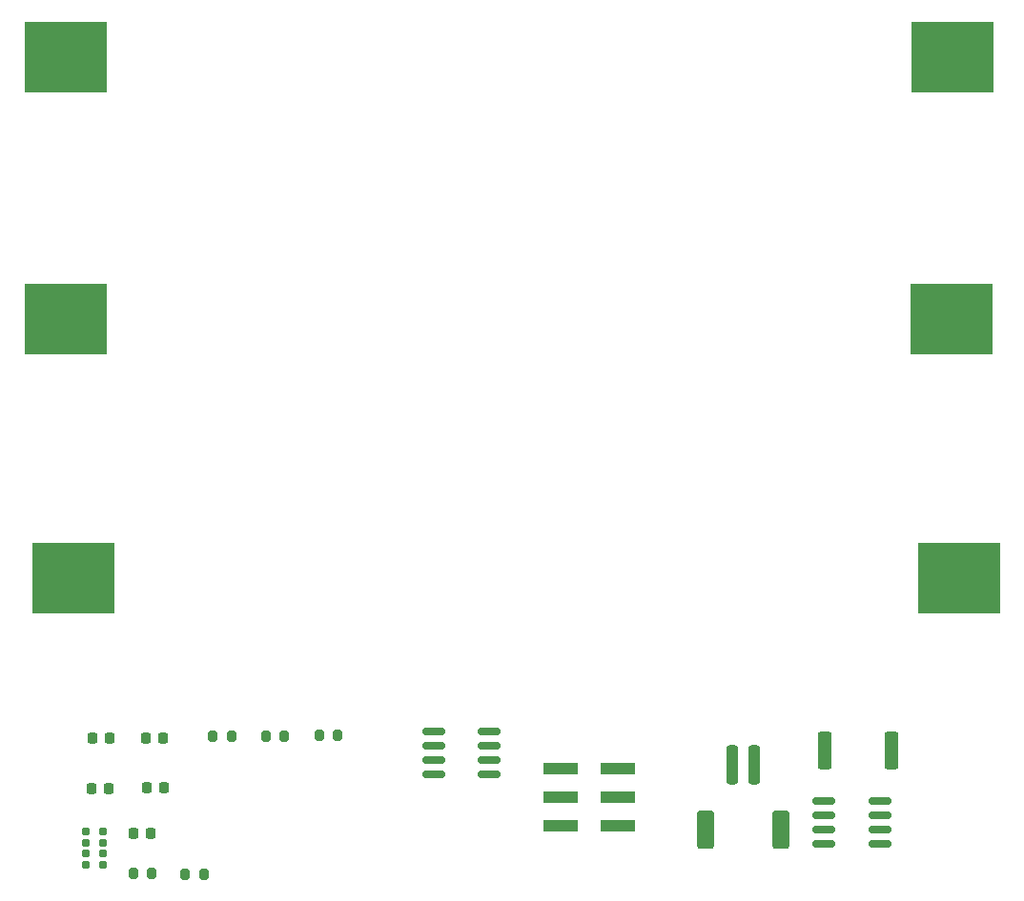
<source format=gbr>
%TF.GenerationSoftware,KiCad,Pcbnew,8.0.2-1*%
%TF.CreationDate,2024-08-29T11:45:14-05:00*%
%TF.ProjectId,BattBoard,42617474-426f-4617-9264-2e6b69636164,rev?*%
%TF.SameCoordinates,Original*%
%TF.FileFunction,Paste,Top*%
%TF.FilePolarity,Positive*%
%FSLAX46Y46*%
G04 Gerber Fmt 4.6, Leading zero omitted, Abs format (unit mm)*
G04 Created by KiCad (PCBNEW 8.0.2-1) date 2024-08-29 11:45:14*
%MOMM*%
%LPD*%
G01*
G04 APERTURE LIST*
G04 Aperture macros list*
%AMRoundRect*
0 Rectangle with rounded corners*
0 $1 Rounding radius*
0 $2 $3 $4 $5 $6 $7 $8 $9 X,Y pos of 4 corners*
0 Add a 4 corners polygon primitive as box body*
4,1,4,$2,$3,$4,$5,$6,$7,$8,$9,$2,$3,0*
0 Add four circle primitives for the rounded corners*
1,1,$1+$1,$2,$3*
1,1,$1+$1,$4,$5*
1,1,$1+$1,$6,$7*
1,1,$1+$1,$8,$9*
0 Add four rect primitives between the rounded corners*
20,1,$1+$1,$2,$3,$4,$5,0*
20,1,$1+$1,$4,$5,$6,$7,0*
20,1,$1+$1,$6,$7,$8,$9,0*
20,1,$1+$1,$8,$9,$2,$3,0*%
G04 Aperture macros list end*
%ADD10RoundRect,0.225000X-0.225000X-0.250000X0.225000X-0.250000X0.225000X0.250000X-0.225000X0.250000X0*%
%ADD11RoundRect,0.225000X0.225000X0.250000X-0.225000X0.250000X-0.225000X-0.250000X0.225000X-0.250000X0*%
%ADD12RoundRect,0.200000X-0.200000X-0.275000X0.200000X-0.275000X0.200000X0.275000X-0.200000X0.275000X0*%
%ADD13R,3.150000X1.000000*%
%ADD14RoundRect,0.175000X-0.175000X0.185000X-0.175000X-0.185000X0.175000X-0.185000X0.175000X0.185000X0*%
%ADD15R,7.340000X6.350000*%
%ADD16RoundRect,0.200000X0.200000X0.275000X-0.200000X0.275000X-0.200000X-0.275000X0.200000X-0.275000X0*%
%ADD17RoundRect,0.150000X-0.825000X-0.150000X0.825000X-0.150000X0.825000X0.150000X-0.825000X0.150000X0*%
%ADD18RoundRect,0.250000X-0.362500X-1.425000X0.362500X-1.425000X0.362500X1.425000X-0.362500X1.425000X0*%
%ADD19RoundRect,0.250000X-0.250000X-1.500000X0.250000X-1.500000X0.250000X1.500000X-0.250000X1.500000X0*%
%ADD20RoundRect,0.250001X-0.499999X-1.449999X0.499999X-1.449999X0.499999X1.449999X-0.499999X1.449999X0*%
G04 APERTURE END LIST*
D10*
%TO.C,C5*%
X107425000Y-129515000D03*
X108975000Y-129515000D03*
%TD*%
D11*
%TO.C,C1*%
X105324600Y-121025000D03*
X103774600Y-121025000D03*
%TD*%
D12*
%TO.C,R7*%
X107400000Y-133075000D03*
X109050000Y-133075000D03*
%TD*%
D13*
%TO.C,R5460N233AF1*%
X145349600Y-123760000D03*
X150399600Y-123760000D03*
X145349600Y-126300000D03*
X150399600Y-126300000D03*
X145349600Y-128840000D03*
X150399600Y-128840000D03*
%TD*%
D14*
%TO.C,TEMP1*%
X103175000Y-129385000D03*
X103175000Y-130355000D03*
X103175000Y-131325000D03*
X103175000Y-132295000D03*
X104725000Y-132295000D03*
X104725000Y-131325000D03*
X104725000Y-130355000D03*
X104725000Y-129385000D03*
%TD*%
D15*
%TO.C,KEYSTONE-3*%
X102049600Y-106825000D03*
X180709600Y-106825000D03*
%TD*%
D16*
%TO.C,R2*%
X116124600Y-120900000D03*
X114474600Y-120900000D03*
%TD*%
D11*
%TO.C,C4*%
X110149600Y-125475000D03*
X108599600Y-125475000D03*
%TD*%
D12*
%TO.C,R6*%
X112000000Y-133150000D03*
X113650000Y-133150000D03*
%TD*%
D16*
%TO.C,R3*%
X120799600Y-120850000D03*
X119149600Y-120850000D03*
%TD*%
D11*
%TO.C,C3*%
X105249600Y-125525000D03*
X103699600Y-125525000D03*
%TD*%
D15*
%TO.C,KEYSTONE-2*%
X101399600Y-83800000D03*
X180059600Y-83800000D03*
%TD*%
D11*
%TO.C,C2*%
X110074600Y-121075000D03*
X108524600Y-121075000D03*
%TD*%
D16*
%TO.C,R4*%
X125549600Y-120825000D03*
X123899600Y-120825000D03*
%TD*%
D17*
%TO.C,Q2*%
X168724600Y-126670000D03*
X168724600Y-127940000D03*
X168724600Y-129210000D03*
X168724600Y-130480000D03*
X173674600Y-130480000D03*
X173674600Y-129210000D03*
X173674600Y-127940000D03*
X173674600Y-126670000D03*
%TD*%
D15*
%TO.C,KEYSTONE-1*%
X101444600Y-60500000D03*
X180104600Y-60500000D03*
%TD*%
D18*
%TO.C,R1*%
X168787100Y-122175000D03*
X174712100Y-122175000D03*
%TD*%
D19*
%TO.C,J2*%
X160549600Y-123400000D03*
X162549600Y-123400000D03*
D20*
X158199600Y-129150000D03*
X164899600Y-129150000D03*
%TD*%
D17*
%TO.C,Q1*%
X134074600Y-120495000D03*
X134074600Y-121765000D03*
X134074600Y-123035000D03*
X134074600Y-124305000D03*
X139024600Y-124305000D03*
X139024600Y-123035000D03*
X139024600Y-121765000D03*
X139024600Y-120495000D03*
%TD*%
M02*

</source>
